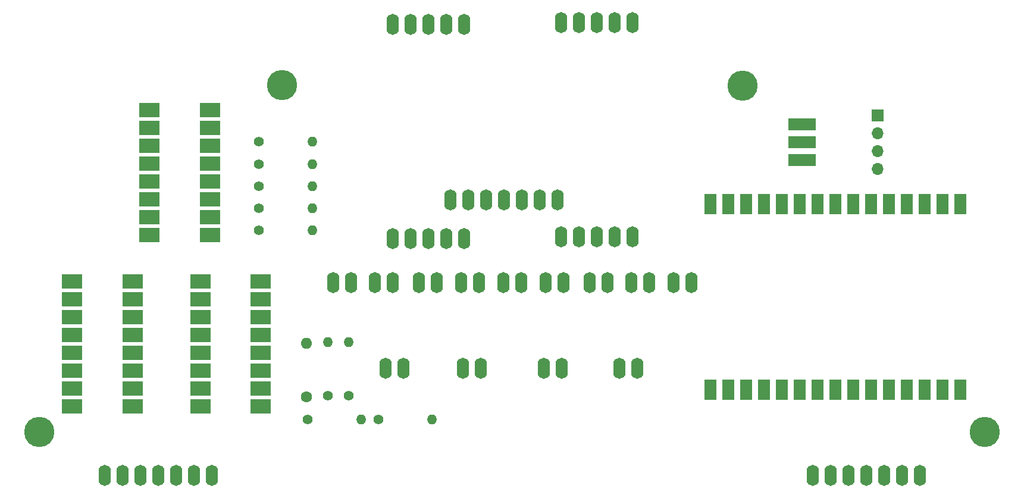
<source format=gbr>
%TF.GenerationSoftware,KiCad,Pcbnew,8.0.1*%
%TF.CreationDate,2024-04-10T11:02:20-04:00*%
%TF.ProjectId,Baja Dashboard Schematic Part 2,42616a61-2044-4617-9368-626f61726420,rev?*%
%TF.SameCoordinates,Original*%
%TF.FileFunction,Soldermask,Top*%
%TF.FilePolarity,Negative*%
%FSLAX46Y46*%
G04 Gerber Fmt 4.6, Leading zero omitted, Abs format (unit mm)*
G04 Created by KiCad (PCBNEW 8.0.1) date 2024-04-10 11:02:20*
%MOMM*%
%LPD*%
G01*
G04 APERTURE LIST*
%ADD10O,1.750000X3.000000*%
%ADD11C,1.400000*%
%ADD12O,1.400000X1.400000*%
%ADD13R,1.700000X1.700000*%
%ADD14O,1.700000X1.700000*%
%ADD15R,4.000000X1.750000*%
%ADD16C,1.600000*%
%ADD17O,1.600000X1.600000*%
%ADD18C,4.300000*%
%ADD19R,3.000000X2.000000*%
%ADD20R,1.700000X3.000000*%
G04 APERTURE END LIST*
D10*
%TO.C,D4*%
X162250000Y-111500000D03*
X164790000Y-111500000D03*
%TD*%
%TO.C,D2*%
X150000000Y-111500000D03*
X152540000Y-111500000D03*
%TD*%
D11*
%TO.C,R10*%
X125000000Y-127620000D03*
D12*
X125000000Y-120000000D03*
%TD*%
D13*
%TO.C,J1*%
X203250000Y-87750000D03*
D14*
X203250000Y-90290000D03*
X203250000Y-92830000D03*
X203250000Y-95370000D03*
%TD*%
D15*
%TO.C,U8*%
X192500000Y-89000000D03*
X192500000Y-91540000D03*
X192500000Y-94080000D03*
%TD*%
D10*
%TO.C,D1*%
X144000000Y-111500000D03*
X146540000Y-111500000D03*
%TD*%
D16*
%TO.C,R5*%
X122000000Y-127810000D03*
D17*
X122000000Y-120190000D03*
%TD*%
D10*
%TO.C,D6*%
X174250000Y-111500000D03*
X176790000Y-111500000D03*
%TD*%
%TO.C,D13*%
X166500000Y-123750000D03*
X169040000Y-123750000D03*
%TD*%
%TO.C,D9*%
X131750000Y-111500000D03*
X134290000Y-111500000D03*
%TD*%
D11*
%TO.C,R2*%
X115190000Y-94650000D03*
D12*
X122810000Y-94650000D03*
%TD*%
D10*
%TO.C,U5*%
X168410000Y-74520000D03*
X165870000Y-74520000D03*
X163330000Y-74520000D03*
X160790000Y-74520000D03*
X158250000Y-74520000D03*
X158250000Y-105000000D03*
X160790000Y-105000000D03*
X163330000Y-105000000D03*
X165870000Y-105000000D03*
X168410000Y-105000000D03*
%TD*%
%TO.C,D3*%
X156000000Y-111500000D03*
X158540000Y-111500000D03*
%TD*%
D11*
%TO.C,R3*%
X115190000Y-97800000D03*
D12*
X122810000Y-97800000D03*
%TD*%
D18*
%TO.C,H1*%
X184000000Y-83500000D03*
%TD*%
D11*
%TO.C,R1*%
X115190000Y-91500000D03*
D12*
X122810000Y-91500000D03*
%TD*%
D10*
%TO.C,D12*%
X155750000Y-123750000D03*
X158290000Y-123750000D03*
%TD*%
%TO.C,D11*%
X144210000Y-123750000D03*
X146750000Y-123750000D03*
%TD*%
D11*
%TO.C,R4*%
X115190000Y-100950000D03*
D12*
X122810000Y-100950000D03*
%TD*%
D10*
%TO.C,D8*%
X138000000Y-111500000D03*
X140540000Y-111500000D03*
%TD*%
%TO.C,D7*%
X133210000Y-123750000D03*
X135750000Y-123750000D03*
%TD*%
%TO.C,U6*%
X144410000Y-74770000D03*
X141870000Y-74770000D03*
X139330000Y-74770000D03*
X136790000Y-74770000D03*
X134250000Y-74770000D03*
X134250000Y-105250000D03*
X136790000Y-105250000D03*
X139330000Y-105250000D03*
X141870000Y-105250000D03*
X144410000Y-105250000D03*
%TD*%
D11*
%TO.C,R6*%
X115190000Y-104100000D03*
D12*
X122810000Y-104100000D03*
%TD*%
D10*
%TO.C,U8_Left1*%
X93260000Y-139000000D03*
X95800000Y-139000000D03*
X98340000Y-139000000D03*
X100880000Y-139000000D03*
X103420000Y-139000000D03*
X105960000Y-139000000D03*
X108500000Y-139000000D03*
%TD*%
D11*
%TO.C,R9*%
X128000000Y-127620000D03*
D12*
X128000000Y-120000000D03*
%TD*%
D18*
%TO.C,H3*%
X83997200Y-132764800D03*
%TD*%
D10*
%TO.C,D10*%
X125750000Y-111500000D03*
X128290000Y-111500000D03*
%TD*%
D18*
%TO.C,H4*%
X218500000Y-132750000D03*
%TD*%
D10*
%TO.C,U7_Right1*%
X194000000Y-139000000D03*
X196540000Y-139000000D03*
X199080000Y-139000000D03*
X201620000Y-139000000D03*
X204160000Y-139000000D03*
X206700000Y-139000000D03*
X209240000Y-139000000D03*
%TD*%
D11*
%TO.C,R7*%
X132190000Y-131000000D03*
D12*
X139810000Y-131000000D03*
%TD*%
D18*
%TO.C,H2*%
X118500000Y-83452300D03*
%TD*%
D10*
%TO.C,D5*%
X168250000Y-111500000D03*
X170790000Y-111500000D03*
%TD*%
D11*
%TO.C,R8*%
X122190000Y-131000000D03*
D12*
X129810000Y-131000000D03*
%TD*%
D19*
%TO.C,U2*%
X97250000Y-111340000D03*
X97250000Y-113880000D03*
X97250000Y-116420000D03*
X97250000Y-118960000D03*
X97250000Y-121500000D03*
X97250000Y-124040000D03*
X97250000Y-126580000D03*
X97250000Y-129120000D03*
X88630000Y-129120000D03*
X88630000Y-126580000D03*
X88630000Y-124040000D03*
X88630000Y-121500000D03*
X88630000Y-118960000D03*
X88630000Y-116420000D03*
X88630000Y-113880000D03*
X88630000Y-111340000D03*
%TD*%
D20*
%TO.C,U4*%
X215060000Y-126750000D03*
X212520000Y-126750000D03*
X209980000Y-126750000D03*
X207440000Y-126750000D03*
X204900000Y-126750000D03*
X202360000Y-126750000D03*
X199820000Y-126750000D03*
X197280000Y-126750000D03*
X194740000Y-126750000D03*
X192200000Y-126750000D03*
X189660000Y-126750000D03*
X187120000Y-126750000D03*
X184580000Y-126750000D03*
X182040000Y-126750000D03*
X179500000Y-126750000D03*
X179500000Y-100350000D03*
X182040000Y-100350000D03*
X184580000Y-100350000D03*
X187120000Y-100350000D03*
X189660000Y-100350000D03*
X192200000Y-100350000D03*
X194740000Y-100350000D03*
X197280000Y-100350000D03*
X199820000Y-100350000D03*
X202360000Y-100350000D03*
X204900000Y-100350000D03*
X207440000Y-100350000D03*
X209980000Y-100350000D03*
X212520000Y-100350000D03*
X215060000Y-100350000D03*
%TD*%
D10*
%TO.C,U7*%
X157750000Y-99750000D03*
X155210000Y-99750000D03*
X152670000Y-99750000D03*
X150130000Y-99750000D03*
X147590000Y-99750000D03*
X145050000Y-99750000D03*
X142510000Y-99750000D03*
%TD*%
D19*
%TO.C,U3*%
X108250000Y-86960000D03*
X108250000Y-89500000D03*
X108250000Y-92040000D03*
X108250000Y-94580000D03*
X108250000Y-97120000D03*
X108250000Y-99660000D03*
X108250000Y-102200000D03*
X108250000Y-104740000D03*
X99630000Y-104740000D03*
X99630000Y-102200000D03*
X99630000Y-99660000D03*
X99630000Y-97120000D03*
X99630000Y-94580000D03*
X99630000Y-92040000D03*
X99630000Y-89500000D03*
X99630000Y-86960000D03*
%TD*%
%TO.C,U1*%
X115500000Y-111340000D03*
X115500000Y-113880000D03*
X115500000Y-116420000D03*
X115500000Y-118960000D03*
X115500000Y-121500000D03*
X115500000Y-124040000D03*
X115500000Y-126580000D03*
X115500000Y-129120000D03*
X106880000Y-129120000D03*
X106880000Y-126580000D03*
X106880000Y-124040000D03*
X106880000Y-121500000D03*
X106880000Y-118960000D03*
X106880000Y-116420000D03*
X106880000Y-113880000D03*
X106880000Y-111340000D03*
%TD*%
M02*

</source>
